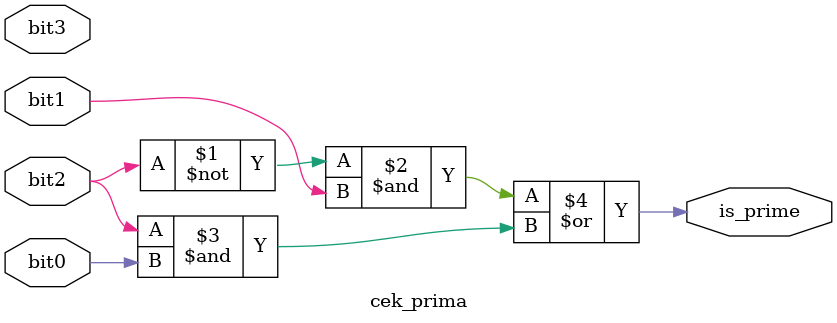
<source format=v>
module cek_prima(
  input bit3,
  input bit2,
  input bit1,
  input bit0,
  output is_prime);

  assign is_prime = ( ~bit2 & bit1 )  | (bit2 & bit0);
  
endmodule

</source>
